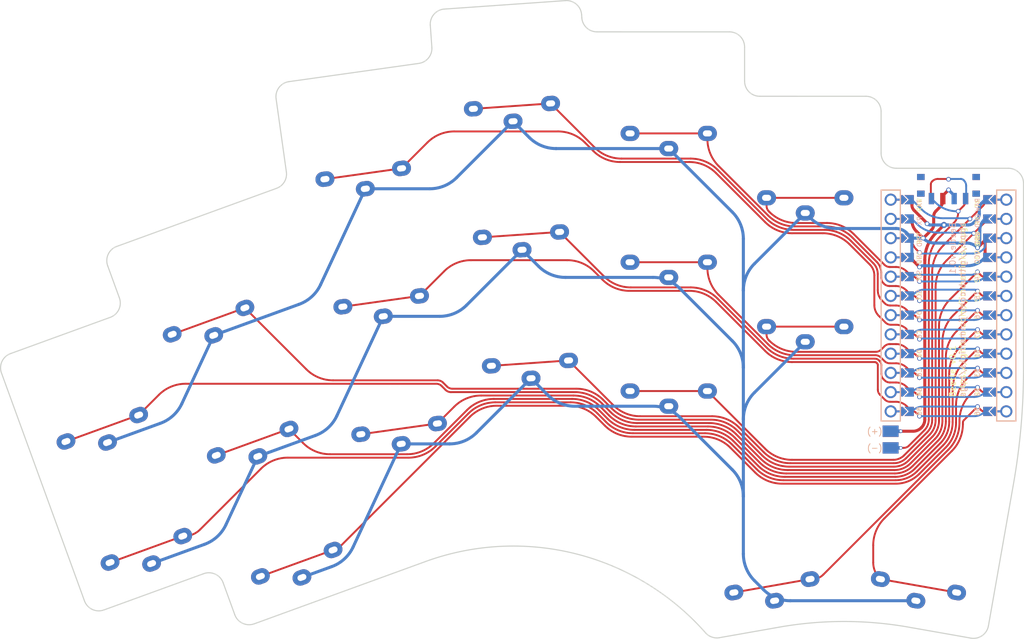
<source format=kicad_pcb>
(kicad_pcb (version 20211014) (generator pcbnew)
  (title_block (title "Beetle") (date "2021-12-01") (rev "0.1") (company "jmnw"))
  (layers (0 "F.Cu" signal) (31 "B.Cu" signal) (34 "B.Paste" user) (35 "F.Paste" user) (36 "B.SilkS" user "B.Silkscreen") (37 "F.SilkS" user "F.Silkscreen") (38 "B.Mask" user) (39 "F.Mask" user) (44 "Edge.Cuts" user))
  (net 0 "")
  (net 1 "unconnected-(PSW1-Pad3)")
  (net 2 "GND")
  (net 3 "VCC")
  (net 4 "Net-(BT1-Pad2)")
  (net 5 "raw")
  (net 6 "switch1")
  (net 7 "switch2")
  (net 8 "switch3")
  (net 9 "switch4")
  (net 10 "switch5")
  (net 11 "switch6")
  (net 12 "switch7")
  (net 13 "switch8")
  (net 14 "switch9")
  (net 15 "switch10")
  (net 16 "switch11")
  (net 17 "switch12")
  (net 18 "switch13")
  (net 19 "switch14")
  (net 20 "switch15")
  (net 21 "switch16")
  (net 22 "switch17")
  (net 23 "switch18")
  (net 24 "unconnected-(U1-Pad22)")
  (footprint "bugs:Choc_reversible" (layer "F.Cu") (at 134.47069 112.379692 10)
    (fp_text reference "SW17" hide)
    (fp_text value "SW_PUSH" hide)
  )
  (footprint "bugs:Choc_reversible" (layer "F.Cu") (at 101.782617 65.989232 4)
    (fp_text reference "SW10" hide)
    (fp_text value "SW_PUSH" hide)
  )
  (footprint "bugs:Choc_reversible" (layer "F.Cu") (at 71.151152 109.573843 20)
    (fp_text reference "SW13" hide)
    (fp_text value "SW_PUSH" hide)
  )
  (footprint "bugs:Battery_pads_reversible" (layer "F.Cu") (at 150.797123 96.921384 -90)
    (fp_text reference "BT1" hide)
    (fp_text value "Battery_Cell")
  )
  (footprint "bugs:Choc_reversible" (layer "F.Cu") (at 51.329249 107.742794 20)
    (fp_text reference "SW7" hide)
    (fp_text value "SW_PUSH" hide)
  )
  (footprint "bugs:Choc_reversible" (layer "F.Cu") (at 45.514911 91.768016 20)
    (fp_text reference "SW1" hide)
    (fp_text value "SW_PUSH" hide)
  )
  (footprint "bugs:Choc_reversible" (layer "F.Cu") (at 59.522202 77.624274 20)
    (fp_text reference "SW2" hide)
    (fp_text value "SW_PUSH" hide)
  )
  (footprint "bugs:Choc_reversible" (layer "F.Cu") (at 102.968468 82.947839 4)
    (fp_text reference "SW15" hide)
    (fp_text value "SW_PUSH" hide)
  )
  (footprint "bugs:Choc_reversible" (layer "F.Cu") (at 121.539905 86.620272)
    (fp_text reference "SW16" hide)
    (fp_text value "SW_PUSH" hide)
  )
  (footprint "bugs:Choc_reversible" (layer "F.Cu") (at 155.149017 112.379276 -10)
    (fp_text reference "SW18" hide)
    (fp_text value "SW_PUSH" hide)
  )
  (footprint "bugs:Choc_reversible" (layer "F.Cu") (at 139.539906 61.120272)
    (fp_text reference "SW6" hide)
    (fp_text value "SW_PUSH" hide)
  )
  (footprint "bugs:Choc_reversible" (layer "F.Cu") (at 65.336552 93.599035 20)
    (fp_text reference "SW8" hide)
    (fp_text value "SW_PUSH" hide)
  )
  (footprint "bugs:Choc_reversible" (layer "F.Cu") (at 80.710461 57.981363 8)
    (fp_text reference "SW3" hide)
    (fp_text value "SW_PUSH" hide)
  )
  (footprint "bugs:Choc_reversible" (layer "F.Cu") (at 100.596797 49.030297 4)
    (fp_text reference "SW4" hide)
    (fp_text value "SW_PUSH" hide)
  )
  (footprint "bugs:Choc_reversible" (layer "F.Cu") (at 139.539903 78.120283)
    (fp_text reference "SW12" hide)
    (fp_text value "SW_PUSH" hide)
  )
  (footprint "bugs:Choc_reversible" (layer "F.Cu") (at 121.5399 52.620271)
    (fp_text reference "SW5" hide)
    (fp_text value "SW_PUSH" hide)
  )
  (footprint "bugs:Choc_reversible" (layer "F.Cu") (at 121.539909 69.620267)
    (fp_text reference "SW11" hide)
    (fp_text value "SW_PUSH" hide)
  )
  (footprint "bugs:Choc_reversible" (layer "F.Cu") (at 83.076418 74.815919 8)
    (fp_text reference "SW9" hide)
    (fp_text value "SW_PUSH" hide)
  )
  (footprint "bugs:ProMicro_jumpers" (layer "F.Cu") (at 158.429952 79.233199)
    (fp_text reference "U1" hide)
    (fp_text value "ProMicro")
  )
  (footprint "bugs:Power_reversible" (layer "F.Cu") (at 158.429954 63.3702 180)
    (fp_text reference "PSW1" hide)
    (fp_text value "SW_SPDT")
  )
  (footprint "bugs:Choc_reversible" (layer "F.Cu") (at 85.442348 91.650488 8)
    (fp_text reference "SW14" hide)
    (fp_text value "SW_PUSH" hide)
  )
  (gr_arc (start 166.32 61.119999) (mid 167.734212 61.705784) (end 168.320002 63.119994) (layer "Edge.Cuts") (width 0.15))
  (gr_line (start 48.755026 71.433533) (end 69.824249 63.766386) (layer "Edge.Cuts") (width 0.15))
  (gr_line (start 131.53993 45.120719) (end 131.540317 49.619865) (layer "Edge.Cuts") (width 0.15))
  (gr_line (start 110.049239 40.850539) (end 110.075197 41.23545) (layer "Edge.Cuts") (width 0.15))
  (gr_line (start 149.539684 53.620544) (end 149.54 59.119999) (layer "Edge.Cuts") (width 0.15))
  (gr_arc (start 49.098964 78.225511) (mid 49.032197 79.754788) (end 47.903623 80.788938) (layer "Edge.Cuts") (width 0.15))
  (gr_arc (start 90.30657 45.200039) (mid 89.851167 46.574305) (end 88.587663 47.281098) (layer "Edge.Cuts") (width 0.15))
  (gr_line (start 133.540317 51.619867) (end 147.539681 51.620543) (layer "Edge.Cuts") (width 0.15))
  (gr_arc (start 163.694967 121.501838) (mid 162.872505 122.792846) (end 161.378057 123.124161) (layer "Edge.Cuts") (width 0.15))
  (gr_line (start 66.882618 121.236793) (end 89.474728 113.014232) (layer "Edge.Cuts") (width 0.15))
  (gr_arc (start 71.119248 61.601138) (mid 70.85637 62.913798) (end 69.824249 63.766386) (layer "Edge.Cuts") (width 0.15))
  (gr_arc (start 168.318696 87.644617) (mid 167.987099 95.246576) (end 166.994005 102.790679) (layer "Edge.Cuts") (width 0.15))
  (gr_line (start 71.465936 49.687399) (end 88.587663 47.281098) (layer "Edge.Cuts") (width 0.15))
  (gr_arc (start 90.097947 42.24567) (mid 90.583656 40.79404) (end 91.95356 40.111027) (layer "Edge.Cuts") (width 0.15))
  (gr_line (start 62.780021 115.813098) (end 64.319195 120.04145) (layer "Edge.Cuts") (width 0.15))
  (gr_line (start 34.748591 85.576973) (end 47.903623 80.788938) (layer "Edge.Cuts") (width 0.15))
  (gr_arc (start 151.54 61.12) (mid 150.125786 60.534214) (end 149.54 59.119999) (layer "Edge.Cuts") (width 0.15))
  (gr_line (start 71.119248 61.601138) (end 69.763746 51.946282) (layer "Edge.Cuts") (width 0.15))
  (gr_arc (start 129.539929 43.12072) (mid 130.954141 43.706507) (end 131.53993 45.120719) (layer "Edge.Cuts") (width 0.15))
  (gr_line (start 47.060615 119.406123) (end 60.216593 114.617755) (layer "Edge.Cuts") (width 0.15))
  (gr_line (start 90.097947 42.24567) (end 90.30657 45.200039) (layer "Edge.Cuts") (width 0.15))
  (gr_line (start 153.49958 121.735181) (end 161.378057 123.124161) (layer "Edge.Cuts") (width 0.15))
  (gr_arc (start 136.10952 121.675747) (mid 144.807201 120.929773) (end 153.49958 121.735181) (layer "Edge.Cuts") (width 0.15))
  (gr_line (start 112.070982 43.119006) (end 129.539929 43.12072) (layer "Edge.Cuts") (width 0.15))
  (gr_arc (start 128.231119 123.065136) (mid 127.251598 122.993062) (end 126.424404 122.463529) (layer "Edge.Cuts") (width 0.15))
  (gr_arc (start 60.216593 114.617755) (mid 61.74587 114.684525) (end 62.780021 115.813098) (layer "Edge.Cuts") (width 0.15))
  (gr_line (start 128.231119 123.065136) (end 136.10952 121.675747) (layer "Edge.Cuts") (width 0.15))
  (gr_arc (start 112.071982 43.119005) (mid 110.699489 42.573817) (end 110.075197 41.23545) (layer "Edge.Cuts") (width 0.15))
  (gr_line (start 33.55325 88.140398) (end 44.497189 118.210779) (layer "Edge.Cuts") (width 0.15))
  (gr_arc (start 47.060615 119.406123) (mid 45.531337 119.339356) (end 44.497189 118.210779) (layer "Edge.Cuts") (width 0.15))
  (gr_arc (start 47.55968 73.996959) (mid 47.626449 72.467681) (end 48.755026 71.433533) (layer "Edge.Cuts") (width 0.15))
  (gr_line (start 91.95356 40.111027) (end 107.914596 38.994926) (layer "Edge.Cuts") (width 0.15))
  (gr_arc (start 147.539681 51.620543) (mid 148.953895 52.20633) (end 149.539684 53.620544) (layer "Edge.Cuts") (width 0.15))
  (gr_line (start 47.55968 73.996959) (end 49.098964 78.225511) (layer "Edge.Cuts") (width 0.15))
  (gr_arc (start 107.914596 38.994926) (mid 109.366227 39.480634) (end 110.049239 40.850539) (layer "Edge.Cuts") (width 0.15))
  (gr_arc (start 89.474728 113.014232) (mid 109.409606 112.029672) (end 126.424404 122.463529) (layer "Edge.Cuts") (width 0.15))
  (gr_line (start 168.318696 87.644617) (end 168.320002 63.119994) (layer "Edge.Cuts") (width 0.15))
  (gr_arc (start 133.540317 51.619867) (mid 132.126101 51.034081) (end 131.540317 49.619865) (layer "Edge.Cuts") (width 0.15))
  (gr_arc (start 66.882618 121.236793) (mid 65.353343 121.170023) (end 64.319195 120.04145) (layer "Edge.Cuts") (width 0.15))
  (gr_arc (start 69.763746 51.946282) (mid 70.147008 50.464303) (end 71.465936 49.687399) (layer "Edge.Cuts") (width 0.15))
  (gr_arc (start 33.55325 88.140398) (mid 33.620018 86.611122) (end 34.748591 85.576973) (layer "Edge.Cuts") (width 0.15))
  (gr_line (start 151.54 61.12) (end 166.32 61.119999) (layer "Edge.Cuts") (width 0.15))
  (gr_line (start 163.694967 121.501838) (end 166.994005 102.790679) (layer "Edge.Cuts") (width 0.15))
  (gr_text "Beetle v0.1\nhttps://github.com/jimmerricks/bugs" (at 159.619904 68.170271 90) (layer "B.SilkS") (effects (font (size 0.8 0.8) (thickness 0.1)) (justify left mirror)))
  (gr_text "Beetle v0.1\nhttps://github.com/jimmerricks/bugs" (at 159.623705 91.394006 90) (layer "F.SilkS") (effects (font (size 0.8 0.8) (thickness 0.1)) (justify left)))
  (segment (start 157.01062 62.532037) (end 158.391782 62.532039) (width 0.25) (layer "F.Cu") (net 1))
  (segment (start 156.303508 62.824936) (end 156.247876 62.880569) (width 0.25) (layer "F.Cu") (net 1))
  (segment (start 156.101431 63.23412) (end 156.10143 64.938121) (width 0.25) (layer "F.Cu") (net 1))
  (segment (start 158.391782 62.532039) (end 158.429954 62.5702) (width 0.25) (layer "F.Cu") (net 1))
  (segment (start 156.17466 65.114904) (end 156.179955 65.120199) (width 0.25) (layer "F.Cu") (net 1))
  (via (at 158.429954 62.5702) (size 0.6) (drill 0.4) (layers "F.Cu" "B.Cu") (net 1))
  (arc (start 156.303508 62.824936) (mid 156.627933 62.60816) (end 157.01062 62.532037) (width 0.25) (layer "F.Cu") (net 1))
  (arc (start 156.247876 62.880569) (mid 156.139491 63.04278) (end 156.101431 63.23412) (width 0.25) (layer "F.Cu") (net 1))
  (arc (start 156.17466 65.114904) (mid 156.120462 65.033796) (end 156.10143 64.938121) (width 0.25) (layer "F.Cu") (net 1))
  (segment (start 158.468114 62.532035) (end 158.429954 62.5702) (width 0.25) (layer "B.Cu") (net 1))
  (segment (start 160.46558 62.734122) (end 160.409937 62.678478) (width 0.25) (layer "B.Cu") (net 1))
  (segment (start 160.75847 64.938125) (end 160.758469 63.441225) (width 0.25) (layer "B.Cu") (net 1))
  (segment (start 160.679945 65.120203) (end 160.685245 65.114903) (width 0.25) (layer "B.Cu") (net 1))
  (segment (start 160.056379 62.53203) (end 158.468114 62.532035) (width 0.25) (layer "B.Cu") (net 1))
  (arc (start 160.685245 65.114903) (mid 160.739439 65.033797) (end 160.75847 64.938125) (width 0.25) (layer "B.Cu") (net 1))
  (arc (start 160.409937 62.678478) (mid 160.247723 62.57009) (end 160.056379 62.53203) (width 0.25) (layer "B.Cu") (net 1))
  (arc (start 160.46558 62.734122) (mid 160.68235 63.058544) (end 160.758469 63.441225) (width 0.25) (layer "B.Cu") (net 1))
  (segment (start 163.25596 70.343195) (end 163.255961 70.406091) (width 0.4) (layer "F.Cu") (net 2))
  (segment (start 157.834889 64.573569) (end 158.43845 63.970017) (width 0.4) (layer "F.Cu") (net 2))
  (segment (start 157.688446 65.12001) (end 157.68844 64.927141) (width 0.4) (layer "F.Cu") (net 2))
  (segment (start 157.387061 66.152939) (end 156.768008 66.771992) (width 0.4) (layer "F.Cu") (net 2))
  (segment (start 163.109514 70.75965) (end 162.255956 71.613209) (width 0.4) (layer "F.Cu") (net 2))
  (segment (start 154.189745 69.428988) (end 155.10396 70.343205) (width 0.4) (layer "F.Cu") (net 2))
  (segment (start 156.475115 68.557829) (end 156.475115 67.479099) (width 0.4) (layer "F.Cu") (net 2))
  (segment (start 153.60396 67.803214) (end 153.603959 68.01477) (width 0.4) (layer "F.Cu") (net 2))
  (segment (start 155.10396 70.343205) (end 156.182225 69.264928) (width 0.4) (layer "F.Cu") (net 2))
  (segment (start 163.25596 70.343195) (end 163.255954 72.883194) (width 0.4) (layer "F.Cu") (net 2))
  (segment (start 157.679954 65.1202) (end 157.679954 65.445832) (width 0.4) (layer "F.Cu") (net 2))
  (via (at 155.10396 70.343205) (size 0.6) (drill 0.4) (layers "F.Cu" "B.Cu") (net 2))
  (via (at 158.43845 63.970017) (size 0.6) (drill 0.4) (layers "F.Cu" "B.Cu") (net 2))
  (via (at 162.255956 71.613209) (size 0.6) (drill 0.4) (layers "F.Cu" "B.Cu") (net 2))
  (arc (start 157.679954 65.445832) (mid 157.603834 65.828515) (end 157.387061 66.152939) (width 0.4) (layer "F.Cu") (net 2))
  (arc (start 154.189745 69.428988) (mid 153.756199 68.780139) (end 153.603959 68.01477) (width 0.4) (layer "F.Cu") (net 2))
  (arc (start 156.475115 67.479099) (mid 156.551235 67.096416) (end 156.768008 66.771992) (width 0.4) (layer "F.Cu") (net 2))
  (arc (start 157.68844 64.927141) (mid 157.726498 64.735789) (end 157.834889 64.573569) (width 0.4) (layer "F.Cu") (net 2))
  (arc (start 156.182225 69.264928) (mid 156.398995 68.940508) (end 156.475115 68.557829) (width 0.4) (layer "F.Cu") (net 2))
  (arc (start 163.255961 70.406091) (mid 163.217902 70.597436) (end 163.109514 70.75965) (width 0.4) (layer "F.Cu") (net 2))
  (segment (start 73.16907 115.118029) (end 77.095328 113.688988) (width 0.4) (layer "B.Cu") (net 2))
  (segment (start 154.124077 118.190057) (end 154.124493 118.189642) (width 0.4) (layer "B.Cu") (net 2))
  (segment (start 129.913744 83.894103) (end 123.004375 76.984734) (width 0.4) (layer "B.Cu") (net 2))
  (segment (start 140.125168 67.605534) (end 139.539906 67.020272) (width 0.4) (layer "B.Cu") (net 2))
  (segment (start 153.603963 71.343206) (end 153.603965 72.883211) (width 0.4) (layer "B.Cu") (net 2))
  (segment (start 154.603956 70.343199) (end 153.603952 70.343199) (width 0.4) (layer "B.Cu") (net 2))
  (segment (start 119.468841 75.520268) (end 107.910657 75.520268) (width 0.4) (layer "B.Cu") (net 2))
  (segment (start 129.913744 66.894114) (end 121.5399 58.520271) (width 0.4) (layer "B.Cu") (net 2))
  (segment (start 53.347168 113.28698) (end 60.328083 110.746135) (width 0.4) (layer "B.Cu") (net 2))
  (segment (start 153.603963 71.343206) (end 153.603952 71.343195) (width 0.4) (layer "B.Cu") (net 2))
  (segment (start 75.628999 76.482076) (end 81.531582 63.823945) (width 0.4) (layer "B.Cu") (net 2))
  (segment (start 131.37821 87.429637) (end 131.37821 77.253037) (width 0.4) (layer "B.Cu") (net 2))
  (segment (start 155.10396 70.343205) (end 154.603962 70.343205) (width 0.4) (layer "B.Cu") (net 2))
  (segment (start 162.555469 69.332125) (end 162.555471 70.899478) (width 0.4) (layer "B.Cu") (net 2))
  (segment (start 77.772934 93.792759) (end 83.897539 80.658501) (width 0.4) (layer "B.Cu") (net 2))
  (segment (start 153.603952 70.343199) (end 152.916539 69.655786) (width 0.4) (layer "B.Cu") (net 2))
  (segment (start 155.10396 70.343205) (end 155.163426 70.402671) (width 0.4) (layer "B.Cu") (net 2))
  (segment (start 47.532829 97.312202) (end 54.513741 94.771358) (width 0.4) (layer "B.Cu") (net 2))
  (segment (start 81.531582 63.823945) (end 90.029273 63.823944) (width 0.4) (layer "B.Cu") (net 2))
  (segment (start 153.603952 71.343195) (end 153.603952 70.343199) (width 0.4) (layer "B.Cu") (net 2))
  (segment (start 137.566282 118.190057) (end 154.124077 118.190057) (width 0.4) (layer "B.Cu") (net 2))
  (segment (start 63.149522 108.160763) (end 67.354471 99.143221) (width 0.4) (layer "B.Cu") (net 2))
  (segment (start 162.217 71.574253) (end 162.255956 71.613209) (width 0.4) (layer "B.Cu") (net 2))
  (segment (start 123.004372 93.984739) (end 129.913745 100.894112) (width 0.4) (layer "B.Cu") (net 2))
  (segment (start 162.262574 71.606591) (end 162.255956 71.613209) (width 0.4) (layer "B.Cu") (net 2))
  (segment (start 86.263469 97.493071) (end 92.649361 97.49307) (width 0.4) (layer "B.Cu") (net 2))
  (segment (start 96.184894 96.028604) (end 103.380031 88.833468) (width 0.4) (layer "B.Cu") (net 2))
  (segment (start 132.842676 90.717511) (end 139.539903 84.020284) (width 0.4) (layer "B.Cu") (net 2))
  (segment (start 67.354471 99.143221) (end 74.951495 96.378131) (width 0.4) (layer "B.Cu") (net 2))
  (segment (start 163.255959 67.803208) (end 163.141271 67.917894) (width 0.4) (layer "B.Cu") (net 2))
  (segment (start 61.540121 83.16846) (end 72.80756 79.067448) (width 0.4) (layer "B.Cu") (net 2))
  (segment (start 132.842676 73.717503) (end 139.539906 67.020273) (width 0.4) (layer "B.Cu") (net 2))
  (segment (start 79.916767 111.103616) (end 86.263469 97.49307) (width 0.4) (layer "B.Cu") (net 2))
  (segment (start 151.502326 69.07) (end 143.660702 69.07) (width 0.4) (layer "B.Cu") (net 2))
  (segment (start 159.041999 64.573573) (end 158.43845 63.970017) (width 0.4) (layer "B.Cu") (net 2))
  (segment (start 57.335179 92.185987) (end 61.540121 83.16846) (width 0.4) (layer "B.Cu") (net 2))
  (segment (start 94.875005 79.194035) (end 102.194181 71.87486) (width 0.4) (layer "B.Cu") (net 2))
  (segment (start 121.5399 58.520271) (end 106.683773 58.52027) (width 0.4) (layer "B.Cu") (net 2))
  (segment (start 159.188451 65.120026) (end 159.188444 64.927107) (width 0.4) (layer "B.Cu") (net 2))
  (segment (start 131.37821 94.253045) (end 131.37821 87.429637) (width 0.4) (layer "B.Cu") (net 2))
  (segment (start 93.564807 62.359478) (end 101.00836 54.915925) (width 0.4) (layer "B.Cu") (net 2))
  (segment (start 154.603962 70.343205) (end 154.603956 70.343199) (width 0.4) (layer "B.Cu") (net 2))
  (segment (start 131.37821 77.253037) (end 131.37821 70.429648) (width 0.4) (layer "B.Cu") (net 2))
  (segment (start 83.89754 80.658502) (end 91.339472 80.658501) (width 0.4) (layer "B.Cu") (net 2))
  (segment (start 104.375123 74.055802) (end 102.194181 71.87486) (width 0.4) (layer "B.Cu") (net 2))
  (segment (start 156.577648 70.988464) (end 160.802779 70.988461) (width 0.4) (layer "B.Cu") (net 2))
  (segment (start 103.148239 57.055804) (end 101.00836 54.915925) (width 0.4) (layer "B.Cu") (net 2))
  (segment (start 131.378211 104.429647) (end 131.37821 112.001985) (width 0.4) (layer "B.Cu") (net 2))
  (segment (start 119.468838 92.520273) (end 109.137904 92.520273) (width 0.4) (layer "B.Cu") (net 2))
  (segment (start 132.842676 115.537519) (end 134.030748 116.725591) (width 0.4) (layer "B.Cu") (net 2))
  (segment (start 105.60237 91.055807) (end 103.380031 88.833468) (width 0.4) (layer "B.Cu") (net 2))
  (segment (start 131.378211 104.429647) (end 131.37821 94.253045) (width 0.4) (layer "B.Cu") (net 2))
  (arc (start 92.649361 97.49307) (mid 94.562778 97.112467) (end 96.184894 96.028604) (width 0.4) (layer "B.Cu") (net 2))
  (arc (start 137.566282 118.190057) (mid 135.652865 117.809455) (end 134.030748 116.725591) (width 0.4) (layer "B.Cu") (net 2))
  (arc (start 106.683773 58.52027) (mid 104.770356 58.139668) (end 103.148239 57.055804) (width 0.4) (layer "B.Cu") (net 2))
  (arc (start 72.80756 79.067448) (mid 74.475411 78.055372) (end 75.628999 76.482076) (width 0.4) (layer "B.Cu") (net 2))
  (arc (start 105.60237 91.055807) (mid 107.224487 92.139671) (end 109.137904 92.520273) (width 0.4) (layer "B.Cu") (net 2))
  (arc (start 77.095328 113.688988) (mid 78.763179 112.676912) (end 79.916767 111.103616) (width 0.4) (layer "B.Cu") (net 2))
  (arc (start 119.468841 75.520268) (mid 121.382258 75.90087) (end 123.004375 76.984734) (width 0.4) (layer "B.Cu") (net 2))
  (arc (start 131.37821 112.001985) (mid 131.758812 113.915402) (end 132.842676 115.537519) (width 0.4) (layer "B.Cu") (net 2))
  (arc (start 131.37821 87.429637) (mid 130.997608 85.51622) (end 129.913744 83.894103) (width 0.4) (layer "B.Cu") (net 2))
  (arc (start 123.004372 93.984739) (mid 121.382255 92.900875) (end 119.468838 92.520273) (width 0.4) (layer "B.Cu") (net 2))
  (arc (start 162.262574 71.606591) (mid 162.47935 71.282165) (end 162.555471 70.899478) (width 0.4) (layer "B.Cu") (net 2))
  (arc (start 162.555469 69.332125) (mid 162.707713 68.566747) (end 163.141271 67.917894) (width 0.4) (layer "B.Cu") (net 2))
  (arc (start 93.564807 62.359478) (mid 91.94269 63.443342) (end 90.029273 63.823944) (width 0.4) (layer "B.Cu") (net 2))
  (arc (start 162.217 71.574253) (mid 161.568151 71.140703) (end 160.802779 70.988461) (width 0.4) (layer "B.Cu") (net 2))
  (arc (start 131.37821 70.429648) (mid 130.997608 68.516231) (end 129.913744 66.894114) (width 0.4) (layer "B.Cu") (net 2))
  (arc (start 131.37821 94.253045) (mid 131.758812 92.339628) (end 132.842676 90.717511) (width 0.4) (layer "B.Cu") (net 2))
  (arc (start 54.513741 94.771358) (mid 56.181591 93.759282) (end 57.335179 92.185987) (width 0.4) (layer "B.Cu") (net 2))
  (arc (start 152.916539 69.655786) (mid 152.267693 69.222241) (end 151.502326 69.07) (width 0.4) (layer "B.Cu") (net 2))
  (arc (start 155.163426 70.402671) (mid 155.812276 70.836222) (end 156.577648 70.988464) (width 0.4) (layer "B.Cu") (net 2))
  (arc (start 91.339472 80.658501) (mid 93.252889 80.277898) (end 94.875005 79.194035) (width 0.4) (layer "B.Cu") (net 2))
  (arc (start 143.660702 69.07) (mid 141.747285 68.689398) (end 140.125168 67.605534) (width 0.4) (layer "B.Cu") (net 2))
  (arc (start 74.951495 96.378131) (mid 76.619346 95.366055) (end 77.772934 93.792759) (width 0.4) (layer "B.Cu") (net 2))
  (arc (start 131.378211 104.429647) (mid 130.997609 102.516229) (end 129.913745 100.894112) (width 0.4) (layer "B.Cu") (net 2))
  (arc (start 159.041999 64.573573) (mid 159.150381 64.735776) (end 159.188444 64.927107) (width 0.4) (layer "B.Cu") (net 2))
  (arc (start 107.910657 75.520268) (mid 105.99724 75.139666) (end 104.375123 74.055802) (width 0.4) (layer "B.Cu") (net 2))
  (arc (start 132.842676 73.717503) (mid 131.758812 75.33962) (end 131.37821 77.253037) (width 0.4) (layer "B.Cu") (net 2))
  (arc (start 63.149522 108.160763) (mid 61.995934 109.734059) (end 60.328083 110.746135) (width 0.4) (layer "B.Cu") (net 2))
  (segment (start 153.603965 72.883211) (end 153.603964 72.946091) (width 0.4) (layer "F.Cu") (net 3))
  (segment (start 153.750411 73.299656) (end 154.60396 74.153203) (width 0.4) (layer "F.Cu") (net 3))
  (via (at 154.60396 74.153203) (size 0.6) (drill 0.4) (layers "F.Cu" "B.Cu") (net 3))
  (arc (start 153.603964 72.946091) (mid 153.642022 73.137439) (end 153.750411 73.299656) (width 0.4) (layer "F.Cu") (net 3))
  (segment (start 160.907817 73.98869) (end 154.975579 73.988691) (width 0.4) (layer "B.Cu") (net 3))
  (segment (start 163.255954 72.883194) (end 163.029137 73.110011) (width 0.4) (layer "B.Cu") (net 3))
  (segment (start 154.622027 74.135136) (end 154.60396 74.153203) (width 0.4) (layer "B.Cu") (net 3))
  (segment (start 154.588877 74.168285) (end 154.60396 74.153203) (width 0.4) (layer "B.Cu") (net 3))
  (arc (start 160.907817 73.98869) (mid 162.055867 73.760329) (end 163.029137 73.110011) (width 0.4) (layer "B.Cu") (net 3))
  (arc (start 154.622027 74.135136) (mid 154.784238 74.026751) (end 154.975579 73.988691) (width 0.4) (layer "B.Cu") (net 3))
  (segment (start 160.688438 65.120012) (end 160.68844 65.40052) (width 0.25) (layer "F.Cu") (net 4))
  (segment (start 160.395547 66.107634) (end 159.710123 66.793058) (width 0.25) (layer "F.Cu") (net 4))
  (segment (start 159.710123 66.924988) (end 159.710123 66.793058) (width 0.25) (layer "F.Cu") (net 4))
  (segment (start 152.138723 98.021384) (end 152.506131 98.021384) (width 0.25) (layer "F.Cu") (net 4))
  (segment (start 157.292451 70.171091) (end 159.124337 68.339205) (width 0.25) (layer "F.Cu") (net 4))
  (segment (start 155.827985 94.285317) (end 155.827984 73.706625) (width 0.25) (layer "F.Cu") (net 4))
  (segment (start 153.213238 97.728491) (end 155.242199 95.69953) (width 0.25) (layer "F.Cu") (net 4))
  (via (at 159.710123 66.793058) (size 0.6) (drill 0.4) (layers "F.Cu" "B.Cu") (net 4))
  (arc (start 160.395547 66.107634) (mid 160.612321 65.783207) (end 160.68844 65.40052) (width 0.25) (layer "F.Cu") (net 4))
  (arc (start 155.827985 94.285317) (mid 155.675744 95.050684) (end 155.242199 95.69953) (width 0.25) (layer "F.Cu") (net 4))
  (arc (start 155.827984 73.706625) (mid 156.208586 71.793208) (end 157.292451 70.171091) (width 0.25) (layer "F.Cu") (net 4))
  (arc (start 152.506131 98.021384) (mid 152.888814 97.945264) (end 153.213238 97.728491) (width 0.25) (layer "F.Cu") (net 4))
  (arc (start 159.710123 66.924988) (mid 159.557883 67.690357) (end 159.124337 68.339205) (width 0.25) (layer "F.Cu") (net 4))
  (segment (start 159.518303 66.793056) (end 159.710123 66.793058) (width 0.25) (layer "B.Cu") (net 4))
  (segment (start 156.188434 65.120007) (end 156.689913 65.621486) (width 0.25) (layer "B.Cu") (net 4))
  (arc (start 156.689913 65.621486) (mid 157.98759 66.488569) (end 159.518303 66.793056) (width 0.25) (layer "B.Cu") (net 4))
  (segment (start 153.603957 65.609767) (end 153.60396 65.2632) (width 0.4) (layer "F.Cu") (net 5))
  (segment (start 152.138723 95.820984) (end 153.757641 95.820984) (width 0.4) (layer "F.Cu") (net 5))
  (segment (start 154.818301 95.381644) (end 154.864125 95.33582) (width 0.4) (layer "F.Cu") (net 5))
  (segment (start 157.830825 68.605599) (end 157.830826 68.602717) (width 0.4) (layer "F.Cu") (net 5))
  (segment (start 155.303465 94.27516) (end 155.303466 73.204026) (width 0.4) (layer "F.Cu") (net 5))
  (segment (start 153.603952 65.263199) (end 153.603952 65.969738) (width 0.4) (layer "F.Cu") (net 5))
  (segment (start 153.896845 66.676845) (end 155.603951 68.383951) (width 0.4) (layer "F.Cu") (net 5))
  (segment (start 156.767932 69.668493) (end 157.830825 68.605599) (width 0.4) (layer "F.Cu") (net 5))
  (segment (start 155.603951 68.383951) (end 155.603951 68.4382) (width 0.4) (layer "F.Cu") (net 5))
  (via (at 157.830826 68.602717) (size 0.8) (drill 0.4) (layers "F.Cu" "B.Cu") (net 5))
  (via (at 155.603951 68.4382) (size 0.6) (drill 0.4) (layers "F.Cu" "B.Cu") (net 5))
  (arc (start 153.603952 65.969738) (mid 153.680072 66.352421) (end 153.896845 66.676845) (width 0.4) (layer "F.Cu") (net 5))
  (arc (start 153.757641 95.820984) (mid 154.331666 95.706803) (end 154.818301 95.381644) (width 0.4) (layer "F.Cu") (net 5))
  (arc (start 154.864125 95.33582) (mid 155.189284 94.849185) (end 155.303465 94.27516) (width 0.4) (layer "F.Cu") (net 5))
  (arc (start 155.303466 73.204026) (mid 155.684068 71.290609) (end 156.767932 69.668493) (width 0.4) (layer "F.Cu") (net 5))
  (segment (start 162.489856 67.144354) (end 162.489856 66.443509) (width 0.4) (layer "B.Cu") (net 5))
  (segment (start 157.830826 68.602717) (end 155.975574 68.602716) (width 0.4) (layer "B.Cu") (net 5))
  (segment (start 162.782749 65.736402) (end 163.255952 65.263199) (width 0.4) (layer "B.Cu") (net 5))
  (segment (start 161.7386 68.309824) (end 162.196963 67.851461) (width 0.4) (layer "B.Cu") (net 5))
  (segment (start 157.830826 68.602717) (end 161.031493 68.602717) (width 0.4) (layer "B.Cu") (net 5))
  (segment (start 160.349547 68.602714) (end 157.830826 68.602717) (width 0.4) (layer "B.Cu") (net 5))
  (segment (start 155.622022 68.456271) (end 155.603951 68.4382) (width 0.4) (layer "B.Cu") (net 5))
  (arc (start 161.031493 68.602717) (mid 161.414176 68.526597) (end 161.7386 68.309824) (width 0.4) (layer "B.Cu") (net 5))
  (arc (start 155.622022 68.456271) (mid 155.784233 68.564656) (end 155.975574 68.602716) (width 0.4) (layer "B.Cu") (net 5))
  (arc (start 162.489856 66.443509) (mid 162.565976 66.060826) (end 162.782749 65.736402) (width 0.4) (layer "B.Cu") (net 5))
  (arc (start 162.196963 67.851461) (mid 162.413736 67.527037) (end 162.489856 67.144354) (width 0.4) (layer "B.Cu") (net 5))
  (segment (start 92.109549 90.367098) (end 91.592811 89.85036) (width 0.25) (layer "F.Cu") (net 6))
  (segment (start 137.228012 100.944464) (end 151.297493 100.944464) (width 0.25) (layer "F.Cu") (net 6))
  (segment (start 157.626065 94.479202) (end 157.626065 84.029172) (width 0.25) (layer "F.Cu") (net 6))
  (segment (start 109.163002 90.659991) (end 92.816656 90.659991) (width 0.25) (layer "F.Cu") (net 6))
  (segment (start 117.388979 94.743832) (end 126.885244 94.743832) (width 0.25) (layer "F.Cu") (net 6))
  (segment (start 163.255957 77.963203) (end 163.09807 77.963205) (width 0.25) (layer "F.Cu") (net 6))
  (segment (start 42.056358 97.177119) (end 51.641222 93.688515) (width 0.25) (layer "F.Cu") (net 6))
  (segment (start 90.885704 89.557467) (end 57.843337 89.557467) (width 0.25) (layer "F.Cu") (net 6))
  (segment (start 162.744506 77.816755) (end 162.255965 77.328204) (width 0.25) (layer "F.Cu") (net 6))
  (segment (start 159.090531 80.493638) (end 162.255965 77.328204) (width 0.25) (layer "F.Cu") (net 6))
  (segment (start 54.307803 91.021933) (end 51.641222 93.688514) (width 0.25) (layer "F.Cu") (net 6))
  (segment (start 130.420777 96.208297) (end 133.692479 99.479998) (width 0.25) (layer "F.Cu") (net 6))
  (segment (start 112.698535 92.124456) (end 113.853446 93.279366) (width 0.25) (layer "F.Cu") (net 6))
  (segment (start 153.418814 100.065784) (end 156.650731 96.833867) (width 0.25) (layer "F.Cu") (net 6))
  (via (at 162.255965 77.328204) (size 0.6) (drill 0.4) (layers "F.Cu" "B.Cu") (net 6))
  (arc (start 113.853446 93.279366) (mid 115.475562 94.363229) (end 117.388979 94.743832) (width 0.25) (layer "F.Cu") (net 6))
  (arc (start 109.163002 90.659991) (mid 111.076419 91.040593) (end 112.698535 92.124456) (width 0.25) (layer "F.Cu") (net 6))
  (arc (start 157.626065 94.479202) (mid 157.372584 95.753538) (end 156.650731 96.833867) (width 0.25) (layer "F.Cu") (net 6))
  (arc (start 162.744506 77.816755) (mid 162.906722 77.925145) (end 163.09807 77.963205) (width 0.25) (layer "F.Cu") (net 6))
  (arc (start 157.626065 84.029172) (mid 158.006667 82.115755) (end 159.090531 80.493638) (width 0.25) (layer "F.Cu") (net 6))
  (arc (start 151.297493 100.944464) (mid 152.445544 100.716102) (end 153.418814 100.065784) (width 0.25) (layer "F.Cu") (net 6))
  (arc (start 92.816656 90.659991) (mid 92.433973 90.583871) (end 92.109549 90.367098) (width 0.25) (layer "F.Cu") (net 6))
  (arc (start 91.592811 89.85036) (mid 91.268388 89.633587) (end 90.885704 89.557467) (width 0.25) (layer "F.Cu") (net 6))
  (arc (start 137.228012 100.944464) (mid 135.314595 100.563862) (end 133.692479 99.479998) (width 0.25) (layer "F.Cu") (net 6))
  (arc (start 54.307803 91.021933) (mid 55.92992 89.938069) (end 57.843337 89.557467) (width 0.25) (layer "F.Cu") (net 6))
  (arc (start 130.420777 96.208297) (mid 128.798661 95.124434) (end 126.885244 94.743832) (width 0.25) (layer "F.Cu") (net 6))
  (segment (start 161.859333 77.138681) (end 155.256901 77.138682) (width 0.25) (layer "B.Cu") (net 6))
  (segment (start 153.84269 77.724466) (end 153.603953 77.963202) (width 0.25) (layer "B.Cu") (net 6))
  (segment (start 162.255965 77.328204) (end 162.212878 77.285119) (width 0.25) (layer "B.Cu") (net 6))
  (arc (start 153.84269 77.724466) (mid 154.491536 77.290922) (end 155.256901 77.138682) (width 0.25) (layer "B.Cu") (net 6))
  (arc (start 162.212878 77.285119) (mid 162.050669 77.176739) (end 161.859333 77.138681) (width 0.25) (layer "B.Cu") (net 6))
  (segment (start 133.878676 99.030479) (end 130.606975 95.758778) (width 0.25) (layer "F.Cu") (net 7))
  (segment (start 162.744508 75.276756) (end 162.255953 74.788201) (width 0.25) (layer "F.Cu") (net 7))
  (segment (start 156.297865 96.551016) (end 153.133033 99.715848) (width 0.25) (layer "F.Cu") (net 7))
  (segment (start 127.071441 94.294312) (end 117.575176 94.294312) (width 0.25) (layer "F.Cu") (net 7))
  (segment (start 109.3492 90.210471) (end 93.002853 90.210471) (width 0.25) (layer "F.Cu") (net 7))
  (segment (start 73.747222 87.643481) (end 65.648513 79.544772) (width 0.25) (layer "F.Cu") (net 7))
  (segment (start 92.295747 89.917578) (end 91.779008 89.40084) (width 0.25) (layer "F.Cu") (net 7))
  (segment (start 157.176545 94.429695) (end 157.176545 81.938677) (width 0.25) (layer "F.Cu") (net 7))
  (segment (start 56.063648 83.033378) (end 65.648513 79.544771) (width 0.25) (layer "F.Cu") (net 7))
  (segment (start 163.255966 75.423202) (end 163.098065 75.423203) (width 0.25) (layer "F.Cu") (net 7))
  (segment (start 114.039643 92.829846) (end 112.884733 91.674937) (width 0.25) (layer "F.Cu") (net 7))
  (segment (start 91.071902 89.107947) (end 77.282756 89.107947) (width 0.25) (layer "F.Cu") (net 7))
  (segment (start 158.641011 78.403143) (end 162.255953 74.788201) (width 0.25) (layer "F.Cu") (net 7))
  (segment (start 151.252129 100.494944) (end 137.41421 100.494944) (width 0.25) (layer "F.Cu") (net 7))
  (via (at 162.255953 74.788201) (size 0.6) (drill 0.4) (layers "F.Cu" "B.Cu") (net 7))
  (arc (start 133.878676 99.030479) (mid 135.500793 100.114343) (end 137.41421 100.494944) (width 0.25) (layer "F.Cu") (net 7))
  (arc (start 153.133033 99.715848) (mid 152.270067 100.292464) (end 151.252129 100.494944) (width 0.25) (layer "F.Cu") (net 7))
  (arc (start 93.002853 90.210471) (mid 92.62017 90.134351) (end 92.295747 89.917578) (width 0.25) (layer "F.Cu") (net 7))
  (arc (start 112.884733 91.674937) (mid 111.262617 90.591074) (end 109.3492 90.210471) (width 0.25) (layer "F.Cu") (net 7))
  (arc (start 156.297865 96.551016) (mid 156.948184 95.577746) (end 157.176545 94.429695) (width 0.25) (layer "F.Cu") (net 7))
  (arc (start 73.747222 87.643481) (mid 75.369339 88.727345) (end 77.282756 89.107947) (width 0.25) (layer "F.Cu") (net 7))
  (arc (start 158.641011 78.403143) (mid 157.557147 80.02526) (end 157.176545 81.938677) (width 0.25) (layer "F.Cu") (net 7))
  (arc (start 162.744508 75.276756) (mid 162.906721 75.385143) (end 163.098065 75.423203) (width 0.25) (layer "F.Cu") (net 7))
  (arc (start 91.779008 89.40084) (mid 91.454585 89.184068) (end 91.071902 89.107947) (width 0.25) (layer "F.Cu") (net 7))
  (arc (start 127.071441 94.294312) (mid 128.984858 94.674914) (end 130.606975 95.758778) (width 0.25) (layer "F.Cu") (net 7))
  (arc (start 114.039643 92.829846) (mid 115.661759 93.913709) (end 117.575176 94.294312) (width 0.25) (layer "F.Cu") (net 7))
  (segment (start 153.603958 75.423204) (end 153.707506 75.319654) (width 0.25) (layer "B.Cu") (net 7))
  (segment (start 162.163856 74.880301) (end 162.255953 74.788201) (width 0.25) (layer "B.Cu") (net 7))
  (segment (start 154.061063 75.173203) (end 161.456738 75.173206) (width 0.25) (layer "B.Cu") (net 7))
  (arc (start 161.456738 75.173206) (mid 161.839429 75.097082) (end 162.163856 74.880301) (width 0.25) (layer "B.Cu") (net 7))
  (arc (start 154.061063 75.173203) (mid 153.869719 75.211264) (end 153.707506 75.319654) (width 0.25) (layer "B.Cu") (net 7))
  (segment (start 151.502326 81.77) (end 150.824214 81.77) (width 0.25) (layer "F.Cu") (net 8))
  (segment (start 153.603958 83.0432) (end 153.761856 83.043202) (width 0.25) (layer "F.Cu") (net 8))
  (segment (start 148.065173 73.842327) (end 145.380663 71.157817) (width 0.25) (layer "F.Cu") (net 8))
  (segment (start 89.712763 57.724466) (end 86.303603 61.133626) (width 0.25) (layer "F.Cu") (net 8))
  (segment (start 150.117107 81.477107) (end 149.236746 80.596746) (width 0.25) (layer "F.Cu") (net 8))
  (segment (start 111.585513 58.829845) (end 110.480133 57.724466) (width 0.25) (layer "F.Cu") (net 8))
  (segment (start 154.115403 83.189649) (end 154.603959 83.678205) (width 0.25) (layer "F.Cu") (net 8))
  (segment (start 106.9446 56.26) (end 93.248297 56.26) (width 0.25) (layer "F.Cu") (net 8))
  (segment (start 148.65096 79.182533) (end 148.65096 75.256541) (width 0.25) (layer "F.Cu") (net 8))
  (segment (start 134.253931 68.228885) (end 127.783821 61.758777) (width 0.25) (layer "F.Cu") (net 8))
  (segment (start 141.845129 69.693351) (end 137.789464 69.693351) (width 0.25) (layer "F.Cu") (net 8))
  (segment (start 124.248288 60.294311) (end 115.121046 60.294311) (width 0.25) (layer "F.Cu") (net 8))
  (segment (start 76.202869 62.553191) (end 86.303602 61.133626) (width 0.25) (layer "F.Cu") (net 8))
  (via (at 154.603959 83.678205) (size 0.6) (drill 0.4) (layers "F.Cu" "B.Cu") (net 8))
  (arc (start 149.236746 80.596746) (mid 148.803201 79.9479) (end 148.65096 79.182533) (width 0.25) (layer "F.Cu") (net 8))
  (arc (start 115.121046 60.294311) (mid 113.207629 59.913708) (end 111.585513 58.829845) (width 0.25) (layer "F.Cu") (net 8))
  (arc (start 150.117107 81.477107) (mid 150.44153 81.69388) (end 150.824214 81.77) (width 0.25) (layer "F.Cu") (net 8))
  (arc (start 127.783821 61.758777) (mid 126.161705 60.674914) (end 124.248288 60.294311) (width 0.25) (layer "F.Cu") (net 8))
  (arc (start 145.380663 71.157817) (mid 143.758546 70.073953) (end 141.845129 69.693351) (width 0.25) (layer "F.Cu") (net 8))
  (arc (start 137.789464 69.693351) (mid 135.876047 69.312748) (end 134.253931 68.228885) (width 0.25) (layer "F.Cu") (net 8))
  (arc (start 152.91654 82.355787) (mid 152.267693 81.922241) (end 151.502326 81.77) (width 0.25) (layer "F.Cu") (net 8))
  (arc (start 148.65096 75.256541) (mid 148.498719 74.491174) (end 148.065173 73.842327) (width 0.25) (layer "F.Cu") (net 8))
  (arc (start 110.480133 57.724466) (mid 108.858017 56.640602) (end 106.9446 56.26) (width 0.25) (layer "F.Cu") (net 8))
  (arc (start 153.761856 83.043202) (mid 153.953194 83.081264) (end 154.115403 83.189649) (width 0.25) (layer "F.Cu") (net 8))
  (arc (start 93.248297 56.26) (mid 91.33488 56.640602) (end 89.712763 57.724466) (width 0.25) (layer "F.Cu") (net 8))
  (segment (start 154.797019 83.588699) (end 162.29625 83.588704) (width 0.25) (layer "B.Cu") (net 8))
  (segment (start 163.003368 83.2958) (end 163.255963 83.043198) (width 0.25) (layer "B.Cu") (net 8))
  (segment (start 154.603959 83.678205) (end 154.620246 83.661918) (width 0.25) (layer "B.Cu") (net 8))
  (arc (start 154.620246 83.661918) (mid 154.701351 83.607728) (end 154.797019 83.588699) (width 0.25) (layer "B.Cu") (net 8))
  (arc (start 163.003368 83.2958) (mid 162.678941 83.512581) (end 162.29625 83.588704) (width 0.25) (layer "B.Cu") (net 8))
  (segment (start 149.10048 75.070343) (end 149.10048 77.192053) (width 0.25) (layer "F.Cu") (net 9))
  (segment (start 95.78127 53.276554) (end 105.956423 52.565039) (width 0.25) (layer "F.Cu") (net 9))
  (segment (start 150.724214 79.23) (end 151.502326 79.23) (width 0.25) (layer "F.Cu") (net 9))
  (segment (start 127.970019 61.309257) (end 134.440127 67.779365) (width 0.25) (layer "F.Cu") (net 9))
  (segment (start 149.686267 78.606267) (end 150.017107 78.937107) (width 0.25) (layer "F.Cu") (net 9))
  (segment (start 153.603953 80.503206) (end 153.761846 80.503203) (width 0.25) (layer "F.Cu") (net 9))
  (segment (start 115.307244 59.844791) (end 124.434485 59.844791) (width 0.25) (layer "F.Cu") (net 9))
  (segment (start 105.956424 52.565039) (end 111.77171 58.380325) (width 0.25) (layer "F.Cu") (net 9))
  (segment (start 137.975661 69.243831) (end 142.031327 69.243831) (width 0.25) (layer "F.Cu") (net 9))
  (segment (start 145.566861 70.708297) (end 148.514693 73.656129) (width 0.25) (layer "F.Cu") (net 9))
  (segment (start 154.115411 80.649651) (end 154.603957 81.138202) (width 0.25) (layer "F.Cu") (net 9))
  (segment (start 152.91654 79.815787) (end 153.603952 80.503199) (width 0.25) (layer "F.Cu") (net 9))
  (via (at 154.603957 81.138202) (size 0.6) (drill 0.4) (layers "F.Cu" "B.Cu") (net 9))
  (arc (start 142.031327 69.243831) (mid 143.944744 69.624433) (end 145.566861 70.708297) (width 0.25) (layer "F.Cu") (net 9))
  (arc (start 150.017107 78.937107) (mid 150.341531 79.15388) (end 150.724214 79.23) (width 0.25) (layer "F.Cu") (net 9))
  (arc (start 124.434485 59.844791) (mid 126.347902 60.225393) (end 127.970019 61.309257) (width 0.25) (layer "F.Cu") (net 9))
  (arc (start 149.686267 78.606267) (mid 149.252721 77.95742) (end 149.10048 77.192053) (width 0.25) (layer "F.Cu") (net 9))
  (arc (start 111.77171 58.380325) (mid 113.393827 59.464189) (end 115.307244 59.844791) (width 0.25) (layer "F.Cu") (net 9))
  (arc (start 148.514693 73.656129) (mid 148.948239 74.304976) (end 149.10048 75.070343) (width 0.25) (layer "F.Cu") (net 9))
  (arc (start 154.115411 80.649651) (mid 153.953194 80.541262) (end 153.761846 80.503203) (width 0.25) (layer "F.Cu") (net 9))
  (arc (start 134.440127 67.779365) (mid 136.062244 68.863229) (end 137.975661 69.243831) (width 0.25) (layer "F.Cu") (net 9))
  (arc (start 151.502326 79.23) (mid 152.267693 79.382241) (end 152.91654 79.815787) (width 0.25) (layer "F.Cu") (net 9))
  (segment (start 154.603957 81.138202) (end 161.792541 81.138201) (width 0.25) (layer "B.Cu") (net 9))
  (segment (start 163.206742 80.552427) (end 163.255961 80.503209) (width 0.25) (layer "B.Cu") (net 9))
  (arc (start 163.206742 80.552427) (mid 162.5579 80.985963) (end 161.792541 81.138201) (width 0.25) (layer "B.Cu") (net 9))
  (segment (start 116.439897 56.520271) (end 126.639898 56.52027) (width 0.25) (layer "F.Cu") (net 10))
  (segment (start 151.472326 76.66) (end 150.634214 76.66) (width 0.25) (layer "F.Cu") (net 10))
  (segment (start 149.927107 76.367107) (end 149.842893 76.282893) (width 0.25) (layer "F.Cu") (net 10))
  (segment (start 154.115408 78.109657) (end 154.603951 78.598208) (width 0.25) (layer "F.Cu") (net 10))
  (segment (start 153.603961 77.96321) (end 153.761847 77.963208) (width 0.25) (layer "F.Cu") (net 10))
  (segment (start 142.217526 68.794312) (end 138.16186 68.794312) (width 0.25) (layer "F.Cu") (net 10))
  (segment (start 149.55 75.575786) (end 149.55 74.884145) (width 0.25) (layer "F.Cu") (net 10))
  (segment (start 134.626326 67.329846) (end 128.104366 60.807886) (width 0.25) (layer "F.Cu") (net 10))
  (segment (start 148.964213 73.469931) (end 145.75306 70.258778) (width 0.25) (layer "F.Cu") (net 10))
  (segment (start 153.603952 77.963199) (end 152.886539 77.245786) (width 0.25) (layer "F.Cu") (net 10))
  (via (at 154.603951 78.598208) (size 0.6) (drill 0.4) (layers "F.Cu" "B.Cu") (net 10))
  (arc (start 128.104366 60.807886) (mid 127.020502 59.185769) (end 126.6399 57.272352) (width 0.25) (layer "F.Cu") (net 10))
  (arc (start 152.886539 77.245786) (mid 152.237693 76.812241) (end 151.472326 76.66) (width 0.25) (layer "F.Cu") (net 10))
  (arc (start 145.75306 70.258778) (mid 144.130943 69.174914) (end 142.217526 68.794312) (width 0.25) (layer "F.Cu") (net 10))
  (arc (start 138.16186 68.794312) (mid 136.248443 68.41371) (end 134.626326 67.329846) (width 0.25) (layer "F.Cu") (net 10))
  (arc (start 149.55 75.575786) (mid 149.62612 75.958469) (end 149.842893 76.282893) (width 0.25) (layer "F.Cu") (net 10))
  (arc (start 150.634214 76.66) (mid 150.251531 76.58388) (end 149.927107 76.367107) (width 0.25) (layer "F.Cu") (net 10))
  (arc (start 154.115408 78.109657) (mid 153.953193 78.001268) (end 153.761847 77.963208) (width 0.25) (layer "F.Cu") (net 10))
  (arc (start 148.964213 73.469931) (mid 149.397759 74.118778) (end 149.55 74.884145) (width 0.25) (layer "F.Cu") (net 10))
  (segment (start 154.603951 78.598208) (end 161.792526 78.598207) (width 0.25) (layer "B.Cu") (net 10))
  (segment (start 163.206741 78.012419) (end 163.255957 77.963203) (width 0.25) (layer "B.Cu") (net 10))
  (arc (start 163.206741 78.012419) (mid 162.557894 78.445966) (end 161.792526 78.598207) (width 0.25) (layer "B.Cu") (net 10))
  (segment (start 134.439907 65.020272) (end 144.639907 65.020272) (width 0.25) (layer "F.Cu") (net 11))
  (segment (start 153.603957 75.423205) (end 153.761856 75.423206) (width 0.25) (layer "F.Cu") (net 11))
  (segment (start 138.348058 68.344792) (end 142.403724 68.344792) (width 0.25) (layer "F.Cu") (net 11))
  (segment (start 152.91654 74.735787) (end 153.603952 75.423199) (width 0.25) (layer "F.Cu") (net 11))
  (segment (start 145.939258 69.809258) (end 149.987107 73.857107) (width 0.25) (layer "F.Cu") (net 11))
  (segment (start 150.694214 74.15) (end 151.502326 74.15) (width 0.25) (layer "F.Cu") (net 11))
  (segment (start 134.732799 66.800601) (end 134.812524 66.880326) (width 0.25) (layer "F.Cu") (net 11))
  (segment (start 154.115408 75.569654) (end 154.603953 76.058204) (width 0.25) (layer "F.Cu") (net 11))
  (via (at 154.603953 76.058204) (size 0.6) (drill 0.4) (layers "F.Cu" "B.Cu") (net 11))
  (arc (start 134.439906 66.093494) (mid 134.516026 66.476178) (end 134.732799 66.800601) (width 0.25) (layer "F.Cu") (net 11))
  (arc (start 150.694214 74.15) (mid 150.311531 74.07388) (end 149.987107 73.857107) (width 0.25) (layer "F.Cu") (net 11))
  (arc (start 151.502326 74.15) (mid 152.267693 74.302241) (end 152.91654 74.735787) (width 0.25) (layer "F.Cu") (net 11))
  (arc (start 153.761856 75.423206) (mid 153.953197 75.461267) (end 154.115408 75.569654) (width 0.25) (layer "F.Cu") (net 11))
  (arc (start 142.403724 68.344792) (mid 144.317141 68.725394) (end 145.939258 69.809258) (width 0.25) (layer "F.Cu") (net 11))
  (arc (start 134.812524 66.880326) (mid 136.434641 67.96419) (end 138.348058 68.344792) (width 0.25) (layer "F.Cu") (net 11))
  (segment (start 163.206746 75.472422) (end 163.255966 75.423202) (width 0.25) (layer "B.Cu") (net 11))
  (segment (start 154.603953 76.058204) (end 161.792541 76.0582) (width 0.25) (layer "B.Cu") (net 11))
  (arc (start 163.206746 75.472422) (mid 162.557902 75.905962) (end 161.792541 76.0582) (width 0.25) (layer "B.Cu") (net 11))
  (segment (start 47.870696 113.151897) (end 57.455562 109.663292) (width 0.25) (layer "F.Cu") (net 12))
  (segment (start 71.301548 99.30952) (end 87.225129 99.30952) (width 0.25) (layer "F.Cu") (net 12))
  (segment (start 57.45556 109.663292) (end 57.634067 109.663292) (width 0.25) (layer "F.Cu") (net 12))
  (segment (start 158.974625 94.62358) (end 158.974625 90.300602) (width 0.25) (layer "F.Cu") (net 12))
  (segment (start 129.862182 97.556856) (end 133.133887 100.828559) (width 0.25) (layer "F.Cu") (net 12))
  (segment (start 116.830384 96.092391) (end 126.326649 96.092391) (width 0.25) (layer "F.Cu") (net 12))
  (segment (start 59.755388 108.784612) (end 67.766014 100.773986) (width 0.25) (layer "F.Cu") (net 12))
  (segment (start 90.760663 97.845054) (end 95.132701 93.473017) (width 0.25) (layer "F.Cu") (net 12))
  (segment (start 162.744499 85.436754) (end 162.255952 84.948207) (width 0.25) (layer "F.Cu") (net 12))
  (segment (start 112.139942 93.473017) (end 113.29485 94.627925) (width 0.25) (layer "F.Cu") (net 12))
  (segment (start 98.668235 92.008551) (end 108.604408 92.008551) (width 0.25) (layer "F.Cu") (net 12))
  (segment (start 154.270299 101.121451) (end 157.706398 97.685352) (width 0.25) (layer "F.Cu") (net 12))
  (segment (start 160.439091 86.765068) (end 162.255952 84.948207) (width 0.25) (layer "F.Cu") (net 12))
  (segment (start 136.66942 102.293024) (end 151.441872 102.293024) (width 0.25) (layer "F.Cu") (net 12))
  (segment (start 163.255952 85.583202) (end 163.09805 85.583201) (width 0.25) (layer "F.Cu") (net 12))
  (via (at 162.255952 84.948207) (size 0.6) (drill 0.4) (layers "F.Cu" "B.Cu") (net 12))
  (arc (start 129.862182 97.556856) (mid 128.240066 96.472993) (end 126.326649 96.092391) (width 0.25) (layer "F.Cu") (net 12))
  (arc (start 133.133887 100.828559) (mid 134.756003 101.912422) (end 136.66942 102.293024) (width 0.25) (layer "F.Cu") (net 12))
  (arc (start 71.301548 99.30952) (mid 69.388131 99.690122) (end 67.766014 100.773986) (width 0.25) (layer "F.Cu") (net 12))
  (arc (start 163.09805 85.583201) (mid 162.90671 85.54514) (end 162.744499 85.436754) (width 0.25) (layer "F.Cu") (net 12))
  (arc (start 154.270299 101.121451) (mid 152.972606 101.988542) (end 151.441872 102.293024) (width 0.25) (layer "F.Cu") (net 12))
  (arc (start 157.706398 97.685352) (mid 158.645024 96.280599) (end 158.974625 94.62358) (width 0.25) (layer "F.Cu") (net 12))
  (arc (start 57.634067 109.663292) (mid 58.782118 109.43493) (end 59.755388 108.784612) (width 0.25) (layer "F.Cu") (net 12))
  (arc (start 87.225129 99.30952) (mid 89.138546 98.928918) (end 90.760663 97.845054) (width 0.25) (layer "F.Cu") (net 12))
  (arc (start 108.604408 92.008551) (mid 110.517825 92.389153) (end 112.139942 93.473017) (width 0.25) (layer "F.Cu") (net 12))
  (arc (start 116.830384 96.092391) (mid 114.916967 95.711789) (end 113.29485 94.627925) (width 0.25) (layer "F.Cu") (net 12))
  (arc (start 95.132701 93.473017) (mid 96.754818 92.389153) (end 98.668235 92.008551) (width 0.25) (layer "F.Cu") (net 12))
  (arc (start 160.439091 86.765068) (mid 159.355227 88.387185) (end 158.974625 90.300602) (width 0.25) (layer "F.Cu") (net 12))
  (segment (start 162.255952 84.948207) (end 155.067369 84.948209) (width 0.25) (layer "B.Cu") (net 12))
  (segment (start 153.65316 85.533991) (end 153.603952 85.583198) (width 0.25) (layer "B.Cu") (net 12))
  (arc (start 153.65316 85.533991) (mid 154.302005 85.100449) (end 155.067369 84.948209) (width 0.25) (layer "B.Cu") (net 12))
  (segment (start 108.790607 91.559031) (end 98.482037 91.559031) (width 0.25) (layer "F.Cu") (net 13))
  (segment (start 126.512848 95.642872) (end 117.016584 95.642872) (width 0.25) (layer "F.Cu") (net 13))
  (segment (start 159.989571 84.674599) (end 162.255962 82.408208) (width 0.25) (layer "F.Cu") (net 13))
  (segment (start 94.946503 93.023497) (end 90.574466 97.395534) (width 0.25) (layer "F.Cu") (net 13))
  (segment (start 113.481052 94.178408) (end 112.326139 93.023496) (width 0.25) (layer "F.Cu") (net 13))
  (segment (start 87.038932 98.86) (end 76.874398 98.86) (width 0.25) (layer "F.Cu") (net 13))
  (segment (start 157.353532 97.4025) (end 153.984518 100.771515) (width 0.25) (layer "F.Cu") (net 13))
  (segment (start 61.877998 99.008139) (end 71.462863 95.519533) (width 0.25) (layer "F.Cu") (net 13))
  (segment (start 162.744512 82.896756) (end 162.255962 82.408208) (width 0.25) (layer "F.Cu") (net 13))
  (segment (start 151.396507 101.843504) (end 136.855618 101.843504) (width 0.25) (layer "F.Cu") (net 13))
  (segment (start 158.525105 94.574073) (end 158.525105 88.210133) (width 0.25) (layer "F.Cu") (net 13))
  (segment (start 73.338864 97.395534) (end 71.462863 95.519533) (width 0.25) (layer "F.Cu") (net 13))
  (segment (start 133.320085 100.379039) (end 130.048381 97.107337) (width 0.25) (layer "F.Cu") (net 13))
  (segment (start 163.255956 83.043199) (end 163.098076 83.043202) (width 0.25) (layer "F.Cu") (net 13))
  (via (at 162.255962 82.408208) (size 0.6) (drill 0.4) (layers "F.Cu" "B.Cu") (net 13))
  (arc (start 158.525105 88.210133) (mid 158.905707 86.296716) (end 159.989571 84.674599) (width 0.25) (layer "F.Cu") (net 13))
  (arc (start 151.396507 101.843504) (mid 152.797128 101.564903) (end 153.984518 100.771515) (width 0.25) (layer "F.Cu") (net 13))
  (arc (start 113.481052 94.178408) (mid 115.103168 95.26227) (end 117.016584 95.642872) (width 0.25) (layer "F.Cu") (net 13))
  (arc (start 90.574466 97.395534) (mid 88.952349 98.479398) (end 87.038932 98.86) (width 0.25) (layer "F.Cu") (net 13))
  (arc (start 163.098076 83.043202) (mid 162.906729 83.005144) (end 162.744512 82.896756) (width 0.25) (layer "F.Cu") (net 13))
  (arc (start 76.874398 98.86) (mid 74.960981 98.479398) (end 73.338864 97.395534) (width 0.25) (layer "F.Cu") (net 13))
  (arc (start 133.320085 100.379039) (mid 134.942201 101.462902) (end 136.855618 101.843504) (width 0.25) (layer "F.Cu") (net 13))
  (arc (start 158.525105 94.574073) (mid 158.220623 96.104807) (end 157.353532 97.4025) (width 0.25) (layer "F.Cu") (net 13))
  (arc (start 94.946503 93.023497) (mid 96.56862 91.939633) (end 98.482037 91.559031) (width 0.25) (layer "F.Cu") (net 13))
  (arc (start 108.790607 91.559031) (mid 110.704023 91.939633) (end 112.326139 93.023496) (width 0.25) (layer "F.Cu") (net 13))
  (arc (start 130.048381 97.107337) (mid 128.426265 96.023474) (end 126.512848 95.642872) (width 0.25) (layer "F.Cu") (net 13))
  (segment (start 162.255962 82.408208) (end 155.067374 82.408208) (width 0.25) (layer "B.Cu") (net 13))
  (segment (start 153.653181 82.993973) (end 153.603955 83.043198) (width 0.25) (layer "B.Cu") (net 13))
  (arc (start 155.067374 82.408208) (mid 154.302021 82.560443) (end 153.653181 82.993973) (width 0.25) (layer "B.Cu") (net 13))
  (segment (start 88.66956 77.968182) (end 91.923276 74.714466) (width 0.25) (layer "F.Cu") (net 14))
  (segment (start 153.603952 93.203199) (end 153.761848 93.203199) (width 0.25) (layer "F.Cu") (net 14))
  (segment (start 127.783803 78.758773) (end 134.253929 85.228898) (width 0.25) (layer "F.Cu") (net 14))
  (segment (start 149.403373 91.023373) (end 150.027107 91.647107) (width 0.25) (layer "F.Cu") (net 14))
  (segment (start 148.915151 86.766587) (end 149.037257 86.888693) (width 0.25) (layer "F.Cu") (net 14))
  (segment (start 95.45881 73.25) (end 108.161485 73.25) (width 0.25) (layer "F.Cu") (net 14))
  (segment (start 149.11048 87.065469) (end 149.11048 90.316266) (width 0.25) (layer "F.Cu") (net 14))
  (segment (start 152.92654 92.525787) (end 153.603952 93.203199) (width 0.25) (layer "F.Cu") (net 14))
  (segment (start 78.568825 79.387747) (end 88.669559 77.968183) (width 0.25) (layer "F.Cu") (net 14))
  (segment (start 116.347927 77.294307) (end 124.248269 77.294307) (width 0.25) (layer "F.Cu") (net 14))
  (segment (start 137.789463 86.693363) (end 148.738374 86.693363) (width 0.25) (layer "F.Cu") (net 14))
  (segment (start 111.697018 74.714466) (end 112.812394 75.829841) (width 0.25) (layer "F.Cu") (net 14))
  (segment (start 150.734214 91.94) (end 151.512326 91.94) (width 0.25) (layer "F.Cu") (net 14))
  (segment (start 154.115402 93.349646) (end 154.603953 93.838198) (width 0.25) (layer "F.Cu") (net 14))
  (via (at 154.603953 93.838198) (size 0.6) (drill 0.4) (layers "F.Cu" "B.Cu") (net 14))
  (arc (start 112.812394 75.829841) (mid 114.43451 76.913705) (end 116.347927 77.294307) (width 0.25) (layer "F.Cu") (net 14))
  (arc (start 148.738374 86.693363) (mid 148.834045 86.712393) (end 148.915151 86.766587) (width 0.25) (layer "F.Cu") (net 14))
  (arc (start 154.115402 93.349646) (mid 153.95319 93.241259) (end 153.761848 93.203199) (width 0.25) (layer "F.Cu") (net 14))
  (arc (start 108.161485 73.25) (mid 110.074902 73.630603) (end 111.697018 74.714466) (width 0.25) (layer "F.Cu") (net 14))
  (arc (start 149.403373 91.023373) (mid 149.1866 90.69895) (end 149.11048 90.316266) (width 0.25) (layer "F.Cu") (net 14))
  (arc (start 91.923276 74.714466) (mid 93.545393 73.630602) (end 95.45881 73.25) (width 0.25) (layer "F.Cu") (net 14))
  (arc (start 150.027107 91.647107) (mid 150.35153 91.86388) (end 150.734214 91.94) (width 0.25) (layer "F.Cu") (net 14))
  (arc (start 124.248269 77.294307) (mid 126.161686 77.674909) (end 127.783803 78.758773) (width 0.25) (layer "F.Cu") (net 14))
  (arc (start 134.253929 85.228898) (mid 135.876046 86.312761) (end 137.789463 86.693363) (width 0.25) (layer "F.Cu") (net 14))
  (arc (start 149.11048 87.065469) (mid 149.09145 86.969798) (end 149.037257 86.888693) (width 0.25) (layer "F.Cu") (net 14))
  (arc (start 152.92654 92.525787) (mid 152.277693 92.092241) (end 151.512326 91.94) (width 0.25) (layer "F.Cu") (net 14))
  (segment (start 154.603953 93.838198) (end 161.792526 93.838198) (width 0.25) (layer "B.Cu") (net 14))
  (segment (start 163.20674 93.252411) (end 163.255951 93.2032) (width 0.25) (layer "B.Cu") (net 14))
  (arc (start 161.792526 93.838198) (mid 162.557893 93.685957) (end 163.20674 93.252411) (width 0.25) (layer "B.Cu") (net 14))
  (segment (start 152.91654 89.975787) (end 153.603952 90.663199) (width 0.25) (layer "F.Cu") (net 15))
  (segment (start 116.534125 76.844787) (end 124.434467 76.844787) (width 0.25) (layer "F.Cu") (net 15))
  (segment (start 137.97566 86.243843) (end 148.717465 86.243843) (width 0.25) (layer "F.Cu") (net 15))
  (segment (start 96.967091 70.235489) (end 107.142245 69.523973) (width 0.25) (layer "F.Cu") (net 15))
  (segment (start 150.704214 89.39) (end 151.502326 89.39) (width 0.25) (layer "F.Cu") (net 15))
  (segment (start 149.56 87.086378) (end 149.56 88.245786) (width 0.25) (layer "F.Cu") (net 15))
  (segment (start 149.852893 88.952893) (end 149.997107 89.097107) (width 0.25) (layer "F.Cu") (net 15))
  (segment (start 107.142244 69.523974) (end 112.998591 75.380321) (width 0.25) (layer "F.Cu") (net 15))
  (segment (start 154.115403 90.809647) (end 154.603954 91.298199) (width 0.25) (layer "F.Cu") (net 15))
  (segment (start 149.247795 86.463513) (end 149.34033 86.556048) (width 0.25) (layer "F.Cu") (net 15))
  (segment (start 153.603953 90.6632) (end 153.761849 90.6632) (width 0.25) (layer "F.Cu") (net 15))
  (segment (start 127.970001 78.309253) (end 134.440126 84.779377) (width 0.25) (layer "F.Cu") (net 15))
  (via (at 154.603954 91.298199) (size 0.6) (drill 0.4) (layers "F.Cu" "B.Cu") (net 15))
  (arc (start 149.56 87.086378) (mid 149.50291 86.799365) (end 149.34033 86.556048) (width 0.25) (layer "F.Cu") (net 15))
  (arc (start 149.56 88.245786) (mid 149.63612 88.628469) (end 149.852893 88.952893) (width 0.25) (layer "F.Cu") (net 15))
  (arc (start 112.998591 75.380321) (mid 114.620708 76.464185) (end 116.534125 76.844787) (width 0.25) (layer "F.Cu") (net 15))
  (arc (start 124.434467 76.844787) (mid 126.347884 77.225389) (end 127.970001 78.309253) (width 0.25) (layer "F.Cu") (net 15))
  (arc (start 150.704214 89.39) (mid 150.321531 89.31388) (end 149.997107 89.097107) (width 0.25) (layer "F.Cu") (net 15))
  (arc (start 149.247795 86.463513) (mid 149.004478 86.300933) (end 148.717465 86.243843) (width 0.25) (layer "F.Cu") (net 15))
  (arc (start 153.761849 90.6632) (mid 153.953191 90.70126) (end 154.115403 90.809647) (width 0.25) (layer "F.Cu") (net 15))
  (arc (start 134.440126 84.779377) (mid 136.062243 85.863241) (end 137.97566 86.243843) (width 0.25) (layer "F.Cu") (net 15))
  (arc (start 151.502326 89.39) (mid 152.267693 89.542241) (end 152.91654 89.975787) (width 0.25) (layer "F.Cu") (net 15))
  (segment (start 163.206739 90.712412) (end 163.255952 90.663199) (width 0.25) (layer "B.Cu") (net 15))
  (segment (start 154.603954 91.298199) (end 161.792525 91.298199) (width 0.25) (layer "B.Cu") (net 15))
  (arc (start 161.792525 91.298199) (mid 162.557892 91.145958) (end 163.206739 90.712412) (width 0.25) (layer "B.Cu") (net 15))
  (segment (start 153.603951 88.1232) (end 153.761852 88.1232) (width 0.25) (layer "F.Cu") (net 16))
  (segment (start 152.92654 87.445787) (end 153.603952 88.123199) (width 0.25) (layer "F.Cu") (net 16))
  (segment (start 126.639909 74.272375) (end 126.639909 73.520267) (width 0.25) (layer "F.Cu") (net 16))
  (segment (start 154.115405 88.269646) (end 154.603961 88.758201) (width 0.25) (layer "F.Cu") (net 16))
  (segment (start 151.512326 86.86) (end 150.694214 86.86) (width 0.25) (layer "F.Cu") (net 16))
  (segment (start 134.626323 84.329857) (end 128.104375 77.807909) (width 0.25) (layer "F.Cu") (net 16))
  (segment (start 149.987107 86.567107) (end 149.507216 86.087216) (width 0.25) (layer "F.Cu") (net 16))
  (segment (start 116.439909 73.520268) (end 126.639909 73.520265) (width 0.25) (layer "F.Cu") (net 16))
  (segment (start 148.800109 85.794323) (end 138.161857 85.794323) (width 0.25) (layer "F.Cu") (net 16))
  (via (at 154.603961 88.758201) (size 0.6) (drill 0.4) (layers "F.Cu" "B.Cu") (net 16))
  (arc (start 152.92654 87.445787) (mid 152.277693 87.012241) (end 151.512326 86.86) (width 0.25) (layer "F.Cu") (net 16))
  (arc (start 149.987107 86.567107) (mid 150.31153 86.78388) (end 150.694214 86.86) (width 0.25) (layer "F.Cu") (net 16))
  (arc (start 128.104375 77.807909) (mid 127.020511 76.185792) (end 126.639909 74.272375) (width 0.25) (layer "F.Cu") (net 16))
  (arc (start 138.161857 85.794323) (mid 136.24844 85.413721) (end 134.626323 84.329857) (width 0.25) (layer "F.Cu") (net 16))
  (arc (start 148.800109 85.794323) (mid 149.182792 85.870443) (end 149.507216 86.087216) (width 0.25) (layer "F.Cu") (net 16))
  (arc (start 154.115405 88.269646) (mid 153.953193 88.16126) (end 153.761852 88.1232) (width 0.25) (layer "F.Cu") (net 16))
  (segment (start 163.206739 88.172414) (end 163.255951 88.123202) (width 0.25) (layer "B.Cu") (net 16))
  (segment (start 154.603961 88.758201) (end 161.792525 88.758201) (width 0.25) (layer "B.Cu") (net 16))
  (arc (start 161.792525 88.758201) (mid 162.557892 88.60596) (end 163.206739 88.172414) (width 0.25) (layer "B.Cu") (net 16))
  (segment (start 134.439903 83.093505) (end 134.439903 82.020283) (width 0.25) (layer "F.Cu") (net 17))
  (segment (start 150.694214 84.32) (end 151.512326 84.32) (width 0.25) (layer "F.Cu") (net 17))
  (segment (start 153.603952 85.583198) (end 153.761855 85.583199) (width 0.25) (layer "F.Cu") (net 17))
  (segment (start 148.840983 85.344803) (end 138.348055 85.344803) (width 0.25) (layer "F.Cu") (net 17))
  (segment (start 134.812521 83.880337) (end 134.732796 83.800612) (width 0.25) (layer "F.Cu") (net 17))
  (segment (start 134.439903 82.020285) (end 144.639903 82.020283) (width 0.25) (layer "F.Cu") (net 17))
  (segment (start 154.115405 85.729645) (end 154.603961 86.2182) (width 0.25) (layer "F.Cu") (net 17))
  (segment (start 149.987107 84.612893) (end 149.54809 85.05191) (width 0.25) (layer "F.Cu") (net 17))
  (segment (start 152.92654 84.905787) (end 153.603952 85.583199) (width 0.25) (layer "F.Cu") (net 17))
  (via (at 154.603961 86.2182) (size 0.6) (drill 0.4) (layers "F.Cu" "B.Cu") (net 17))
  (arc (start 134.732796 83.800612) (mid 134.516023 83.476188) (end 134.439903 83.093505) (width 0.25) (layer "F.Cu") (net 17))
  (arc (start 151.512326 84.32) (mid 152.277693 84.472241) (end 152.92654 84.905787) (width 0.25) (layer "F.Cu") (net 17))
  (arc (start 138.348055 85.344803) (mid 136.434638 84.964201) (end 134.812521 83.880337) (width 0.25) (layer "F.Cu") (net 17))
  (arc (start 154.115405 85.729645) (mid 153.953195 85.62126) (end 153.761855 85.583199) (width 0.25) (layer "F.Cu") (net 17))
  (arc (start 149.987107 84.612893) (mid 150.31153 84.39612) (end 150.694214 84.32) (width 0.25) (layer "F.Cu") (net 17))
  (arc (start 149.54809 85.05191) (mid 149.223667 85.268683) (end 148.840983 85.344803) (width 0.25) (layer "F.Cu") (net 17))
  (segment (start 163.206737 85.632417) (end 163.255952 85.583202) (width 0.25) (layer "B.Cu") (net 17))
  (segment (start 154.603961 86.2182) (end 161.792527 86.2182) (width 0.25) (layer "B.Cu") (net 17))
  (arc (start 163.206737 85.632417) (mid 162.557892 86.06596) (end 161.792527 86.2182) (width 0.25) (layer "B.Cu") (net 17))
  (segment (start 129.675984 98.006376) (end 132.947689 101.278079) (width 0.25) (layer "F.Cu") (net 18))
  (segment (start 136.483222 102.742544) (end 151.491378 102.742544) (width 0.25) (layer "F.Cu") (net 18))
  (segment (start 163.255951 88.123202) (end 163.098052 88.123201) (width 0.25) (layer "F.Cu") (net 18))
  (segment (start 162.744502 87.976755) (end 162.255956 87.48821) (width 0.25) (layer "F.Cu") (net 18))
  (segment (start 98.854433 92.458071) (end 108.41821 92.458071) (width 0.25) (layer "F.Cu") (net 18))
  (segment (start 159.424145 94.673087) (end 159.424145 92.391089) (width 0.25) (layer "F.Cu") (net 18))
  (segment (start 111.953744 93.922537) (end 113.108652 95.077445) (width 0.25) (layer "F.Cu") (net 18))
  (segment (start 116.644186 96.541911) (end 126.140451 96.541911) (width 0.25) (layer "F.Cu") (net 18))
  (segment (start 78.039986 111.201448) (end 95.318899 93.922537) (width 0.25) (layer "F.Cu") (net 18))
  (segment (start 160.888611 88.855555) (end 162.255956 87.48821) (width 0.25) (layer "F.Cu") (net 18))
  (segment (start 154.553151 101.474316) (end 158.059263 97.968204) (width 0.25) (layer "F.Cu") (net 18))
  (segment (start 67.692598 114.982947) (end 77.277464 111.494342) (width 0.25) (layer "F.Cu") (net 18))
  (segment (start 77.277463 111.494341) (end 77.332879 111.494341) (width 0.25) (layer "F.Cu") (net 18))
  (via (at 162.255956 87.48821) (size 0.6) (drill 0.4) (layers "F.Cu" "B.Cu") (net 18))
  (arc (start 159.424145 94.673087) (mid 159.069424 96.456391) (end 158.059263 97.968204) (width 0.25) (layer "F.Cu") (net 18))
  (arc (start 159.424145 92.391089) (mid 159.804747 90.477672) (end 160.888611 88.855555) (width 0.25) (layer "F.Cu") (net 18))
  (arc (start 154.553151 101.474316) (mid 153.148398 102.412942) (end 151.491378 102.742544) (width 0.25) (layer "F.Cu") (net 18))
  (arc (start 132.947689 101.278079) (mid 134.569805 102.361942) (end 136.483222 102.742544) (width 0.25) (layer "F.Cu") (net 18))
  (arc (start 95.318899 93.922537) (mid 96.941016 92.838673) (end 98.854433 92.458071) (width 0.25) (layer "F.Cu") (net 18))
  (arc (start 111.953744 93.922537) (mid 110.331627 92.838673) (end 108.41821 92.458071) (width 0.25) (layer "F.Cu") (net 18))
  (arc (start 126.140451 96.541911) (mid 128.053868 96.922513) (end 129.675984 98.006376) (width 0.25) (layer "F.Cu") (net 18))
  (arc (start 116.644186 96.541911) (mid 114.730769 96.161309) (end 113.108652 95.077445) (width 0.25) (layer "F.Cu") (net 18))
  (arc (start 78.039986 111.201448) (mid 77.715563 111.418221) (end 77.332879 111.494341) (width 0.25) (layer "F.Cu") (net 18))
  (arc (start 163.098052 88.123201) (mid 162.906712 88.08514) (end 162.744502 87.976755) (width 0.25) (layer "F.Cu") (net 18))
  (segment (start 162.255956 87.48821) (end 155.067368 87.48821) (width 0.25) (layer "B.Cu") (net 18))
  (segment (start 153.653154 88.073997) (end 153.603951 88.1232) (width 0.25) (layer "B.Cu") (net 18))
  (arc (start 155.067368 87.48821) (mid 154.302001 87.640451) (end 153.653154 88.073997) (width 0.25) (layer "B.Cu") (net 18))
  (segment (start 162.744518 80.356762) (end 162.255957 79.868202) (width 0.25) (layer "F.Cu") (net 19))
  (segment (start 163.255961 80.503209) (end 163.098068 80.503208) (width 0.25) (layer "F.Cu") (net 19))
  (segment (start 158.075585 86.119642) (end 158.075585 94.528709) (width 0.25) (layer "F.Cu") (net 19))
  (segment (start 126.699046 95.193352) (end 117.202782 95.193352) (width 0.25) (layer "F.Cu") (net 19))
  (segment (start 113.667249 93.728887) (end 112.512337 92.573976) (width 0.25) (layer "F.Cu") (net 19))
  (segment (start 80.934756 96.222316) (end 91.03549 94.802751) (width 0.25) (layer "F.Cu") (net 19))
  (segment (start 151.347001 101.393984) (end 137.041815 101.393984) (width 0.25) (layer "F.Cu") (net 19))
  (segment (start 157.003596 97.116719) (end 153.701667 100.418649) (width 0.25) (layer "F.Cu") (net 19))
  (segment (start 108.976804 91.109511) (end 96.799798 91.109511) (width 0.25) (layer "F.Cu") (net 19))
  (segment (start 133.506282 99.929519) (end 130.234579 96.657817) (width 0.25) (layer "F.Cu") (net 19))
  (segment (start 93.264264 92.573977) (end 91.03549 94.802751) (width 0.25) (layer "F.Cu") (net 19))
  (segment (start 162.255957 79.868202) (end 159.540051 82.584108) (width 0.25) (layer "F.Cu") (net 19))
  (via (at 162.255957 79.868202) (size 0.6) (drill 0.4) (layers "F.Cu" "B.Cu") (net 19))
  (arc (start 96.799798 91.109511) (mid 94.886381 91.490113) (end 93.264264 92.573977) (width 0.25) (layer "F.Cu") (net 19))
  (arc (start 153.701667 100.418649) (mid 152.621337 101.140503) (end 151.347001 101.393984) (width 0.25) (layer "F.Cu") (net 19))
  (arc (start 126.699046 95.193352) (mid 128.612463 95.573954) (end 130.234579 96.657817) (width 0.25) (layer "F.Cu") (net 19))
  (arc (start 162.744518 80.356762) (mid 162.906728 80.465147) (end 163.098068 80.503208) (width 0.25) (layer "F.Cu") (net 19))
  (arc (start 117.202782 95.193352) (mid 115.289365 94.81275) (end 113.667249 93.728887) (width 0.25) (layer "F.Cu") (net 19))
  (arc (start 112.512337 92.573976) (mid 110.890221 91.490113) (end 108.976804 91.109511) (width 0.25) (layer "F.Cu") (net 19))
  (arc (start 158.075585 94.528709) (mid 157.796984 95.92933) (end 157.003596 97.116719) (width 0.25) (layer "F.Cu") (net 19))
  (arc (start 133.506282 99.929519) (mid 135.128398 101.013382) (end 137.041815 101.393984) (width 0.25) (layer "F.Cu") (net 19))
  (arc (start 158.075585 86.119642) (mid 158.456187 84.206225) (end 159.540051 82.584108) (width 0.25) (layer "F.Cu") (net 19))
  (segment (start 153.653164 80.453995) (end 153.603953 80.503206) (width 0.25) (layer "B.Cu") (net 19))
  (segment (start 162.255957 79.868202) (end 155.067379 79.868206) (width 0.25) (layer "B.Cu") (net 19))
  (arc (start 153.653164 80.453995) (mid 154.302011 80.020448) (end 155.067379 79.868206) (width 0.25) (layer "B.Cu") (net 19))
  (segment (start 156.727025 94.384331) (end 156.727025 76.808203) (width 0.25) (layer "F.Cu") (net 20))
  (segment (start 163.255961 68.001094) (end 163.255959 67.803208) (width 0.25) (layer "F.Cu") (net 20))
  (segment (start 158.191491 73.272669) (end 161.755959 69.708201) (width 0.25) (layer "F.Cu") (net 20))
  (segment (start 130.793173 95.309258) (end 134.064873 98.580958) (width 0.25) (layer "F.Cu") (net 20))
  (segment (start 117.761374 93.844792) (end 127.257639 93.844792) (width 0.25) (layer "F.Cu") (net 20))
  (segment (start 108.328095 86.482581) (end 114.22584 92.380326) (width 0.25) (layer "F.Cu") (net 20))
  (segment (start 152.850181 99.362983) (end 155.947929 96.265235) (width 0.25) (layer "F.Cu") (net 20))
  (segment (start 98.152942 87.194097) (end 108.328094 86.482582) (width 0.25) (layer "F.Cu") (net 20))
  (segment (start 161.755959 69.708201) (end 163.109514 68.354654) (width 0.25) (layer "F.Cu") (net 20))
  (segment (start 137.600407 100.045424) (end 151.202622 100.045424) (width 0.25) (layer "F.Cu") (net 20))
  (via (at 161.755959 69.708201) (size 0.6) (drill 0.4) (layers "F.Cu" "B.Cu") (net 20))
  (arc (start 155.947929 96.265235) (mid 156.524545 95.402269) (end 156.727025 94.384331) (width 0.25) (layer "F.Cu") (net 20))
  (arc (start 130.793173 95.309258) (mid 129.171056 94.225394) (end 127.257639 93.844792) (width 0.25) (layer "F.Cu") (net 20))
  (arc (start 137.600407 100.045424) (mid 135.68699 99.664822) (end 134.064873 98.580958) (width 0.25) (layer "F.Cu") (net 20))
  (arc (start 163.255961 68.001094) (mid 163.217901 68.192439) (end 163.109514 68.354654) (width 0.25) (layer "F.Cu") (net 20))
  (arc (start 158.191491 73.272669) (mid 157.107627 74.894786) (end 156.727025 76.808203) (width 0.25) (layer "F.Cu") (net 20))
  (arc (start 151.202622 100.045424) (mid 152.094274 99.868063) (end 152.850181 99.362983) (width 0.25) (layer "F.Cu") (net 20))
  (arc (start 117.761374 93.844792) (mid 115.847957 93.46419) (end 114.22584 92.380326) (width 0.25) (layer "F.Cu") (net 20))
  (segment (start 161.755959 69.708201) (end 161.739663 69.691907) (width 0.25) (layer "B.Cu") (net 20))
  (segment (start 154.247876 68.447127) (end 153.60396 67.803214) (width 0.25) (layer "B.Cu") (net 20))
  (segment (start 161.562897 69.618695) (end 158.930668 69.618692) (width 0.25) (layer "B.Cu") (net 20))
  (segment (start 158.930658 69.618692) (end 157.076303 69.618695) (width 0.25) (layer "B.Cu") (net 20))
  (arc (start 158.930658 69.618692) (mid 158.930663 69.618692) (end 158.930668 69.618692) (width 0.25) (layer "B.Cu") (net 20))
  (arc (start 157.076303 69.618695) (mid 155.54557 69.314216) (end 154.247876 68.447127) (width 0.25) (layer "B.Cu") (net 20))
  (arc (start 161.739663 69.691907) (mid 161.658561 69.637722) (end 161.562897 69.618695) (width 0.25) (layer "B.Cu") (net 20))
  (segment (start 161.25596 67.803205) (end 162.963067 66.096092) (width 0.25) (layer "F.Cu") (net 21))
  (segment (start 157.741971 71.317194) (end 161.25596 67.803205) (width 0.25) (layer "F.Cu") (net 21))
  (segment (start 151.153116 99.595904) (end 137.786605 99.595904) (width 0.25) (layer "F.Cu") (net 21))
  (segment (start 163.255959 65.388999) (end 163.255961 65.263199) (width 0.25) (layer "F.Cu") (net 21))
  (segment (start 155.595064 95.982383) (end 152.567329 99.010118) (width 0.25) (layer "F.Cu") (net 21))
  (segment (start 116.439907 90.520273) (end 126.639905 90.520272) (width 0.25) (layer "F.Cu") (net 21))
  (segment (start 134.251071 98.131438) (end 126.639905 90.520272) (width 0.25) (layer "F.Cu") (net 21))
  (segment (start 156.277505 94.334824) (end 156.277505 74.852728) (width 0.25) (layer "F.Cu") (net 21))
  (via (at 161.25596 67.803205) (size 0.6) (drill 0.4) (layers "F.Cu" "B.Cu") (net 21))
  (arc (start 162.963067 66.096092) (mid 163.179837 65.771675) (end 163.255959 65.388999) (width 0.25) (layer "F.Cu") (net 21))
  (arc (start 137.786605 99.595904) (mid 135.873188 99.215302) (end 134.251071 98.131438) (width 0.25) (layer "F.Cu") (net 21))
  (arc (start 157.741971 71.317194) (mid 156.658107 72.939311) (end 156.277505 74.852728) (width 0.25) (layer "F.Cu") (net 21))
  (arc (start 155.595064 95.982383) (mid 156.100145 95.226477) (end 156.277505 94.334824) (width 0.25) (layer "F.Cu") (net 21))
  (arc (start 151.153116 99.595904) (mid 151.918483 99.443663) (end 152.567329 99.010118) (width 0.25) (layer "F.Cu") (net 21))
  (segment (start 154.882868 66.542114) (end 153.60396 65.2632) (width 0.25) (layer "B.Cu") (net 21))
  (segment (start 161.062885 67.713683) (end 157.711314 67.713693) (width 0.25) (layer "B.Cu") (net 21))
  (segment (start 161.25596 67.803205) (end 161.239671 67.786914) (width 0.25) (layer "B.Cu") (net 21))
  (arc (start 154.882868 66.542114) (mid 156.180569 67.409212) (end 157.711314 67.713693) (width 0.25) (layer "B.Cu") (net 21))
  (arc (start 161.239671 67.786914) (mid 161.158562 67.732715) (end 161.062885 67.713683) (width 0.25) (layer "B.Cu") (net 21))
  (segment (start 163.255952 90.663199) (end 163.098055 90.6632) (width 0.25) (layer "F.Cu") (net 22))
  (segment (start 130.125399 117.106048) (end 140.170437 115.334835) (width 0.25) (layer "F.Cu") (net 22))
  (segment (start 140.499921 115.334837) (end 140.170437 115.334837) (width 0.25) (layer "F.Cu") (net 22))
  (segment (start 162.744498 90.516754) (end 162.255955 90.028212) (width 0.25) (layer "F.Cu") (net 22))
  (segment (start 159.873665 94.48157) (end 159.873665 94.718451) (width 0.25) (layer "F.Cu") (net 22))
  (segment (start 162.255955 90.028212) (end 161.338131 90.946036) (width 0.25) (layer "F.Cu") (net 22))
  (segment (start 158.409199 98.253985) (end 141.914135 114.74905) (width 0.25) (layer "F.Cu") (net 22))
  (via (at 162.255955 90.028212) (size 0.6) (drill 0.4) (layers "F.Cu" "B.Cu") (net 22))
  (arc (start 159.873665 94.718451) (mid 159.493063 96.631868) (end 158.409199 98.253985) (width 0.25) (layer "F.Cu") (net 22))
  (arc (start 141.914135 114.74905) (mid 141.265288 115.182596) (end 140.499921 115.334837) (width 0.25) (layer "F.Cu") (net 22))
  (arc (start 161.338131 90.946036) (mid 160.254267 92.568153) (end 159.873665 94.48157) (width 0.25) (layer "F.Cu") (net 22))
  (arc (start 162.744498 90.516754) (mid 162.906711 90.625141) (end 163.098055 90.6632) (width 0.25) (layer "F.Cu") (net 22))
  (segment (start 162.255955 90.028212) (end 155.067372 90.028209) (width 0.25) (layer "B.Cu") (net 22))
  (segment (start 153.653154 90.613999) (end 153.603953 90.6632) (width 0.25) (layer "B.Cu") (net 22))
  (arc (start 153.653154 90.613999) (mid 154.302002 90.180451) (end 155.067372 90.028209) (width 0.25) (layer "B.Cu") (net 22))
  (segment (start 162.744498 93.056753) (end 162.255957 92.568212) (width 0.25) (layer "F.Cu") (net 23))
  (segment (start 160.469632 94.354537) (end 162.255957 92.568212) (width 0.25) (layer "F.Cu") (net 23))
  (segment (start 149.967619 107.331283) (end 158.858719 98.440182) (width 0.25) (layer "F.Cu") (net 23))
  (segment (start 149.44927 115.334421) (end 149.381832 115.266983) (width 0.25) (layer "F.Cu") (net 23))
  (segment (start 149.44927 115.334419) (end 159.494309 117.105632) (width 0.25) (layer "F.Cu") (net 23))
  (segment (start 160.323185 94.904648) (end 160.323185 94.708091) (width 0.25) (layer "F.Cu") (net 23))
  (segment (start 148.503153 113.145663) (end 148.503153 110.866817) (width 0.25) (layer "F.Cu") (net 23))
  (segment (start 163.255951 93.2032) (end 163.098053 93.2032) (width 0.25) (layer "F.Cu") (net 23))
  (via (at 162.255957 92.568212) (size 0.6) (drill 0.4) (layers "F.Cu" "B.Cu") (net 23))
  (arc (start 160.323185 94.708091) (mid 160.361245 94.516749) (end 160.469632 94.354537) (width 0.25) (layer "F.Cu") (net 23))
  (arc (start 149.967619 107.331283) (mid 148.883755 108.9534) (end 148.503153 110.866817) (width 0.25) (layer "F.Cu") (net 23))
  (arc (start 162.744498 93.056753) (mid 162.90671 93.16514) (end 163.098053 93.2032) (width 0.25) (layer "F.Cu") (net 23))
  (arc (start 158.858719 98.440182) (mid 159.942583 96.818065) (end 160.323185 94.904648) (width 0.25) (layer "F.Cu") (net 23))
  (arc (start 148.503153 113.145663) (mid 148.731514 114.293713) (end 149.381832 115.266983) (width 0.25) (layer "F.Cu") (net 23))
  (segment (start 162.255957 92.568212) (end 155.067365 92.568213) (width 0.25) (layer "B.Cu") (net 23))
  (segment (start 153.653155 93.153996) (end 153.603952 93.203199) (width 0.25) (layer "B.Cu") (net 23))
  (arc (start 153.653155 93.153996) (mid 154.302 92.720453) (end 155.067365 92.568213) (width 0.25) (layer "B.Cu") (net 23))
  (segment (start 153.603962 70.343206) (end 153.603961 70.419761) (width 0.25) (layer "F.Cu") (net 24))
  (segment (start 154.189759 71.834006) (end 154.603957 72.248197) (width 0.25) (layer "F.Cu") (net 24))
  (via (at 154.603957 72.248197) (size 0.6) (drill 0.4) (layers "F.Cu" "B.Cu") (net 24))
  (arc (start 154.189759 71.834006) (mid 153.756201 71.185146) (end 153.603961 70.419761) (width 0.25) (layer "F.Cu") (net 24))
  (segment (start 163.255955 70.343199) (end 163.25595 71.367152) (width 0.25) (layer "B.Cu") (net 24))
  (segment (start 163.041006 71.789201) (end 163.109504 71.720703) (width 0.25) (layer "B.Cu") (net 24))
  (segment (start 154.657525 72.301765) (end 154.603957 72.248197) (width 0.25) (layer "B.Cu") (net 24))
  (segment (start 161.62679 72.374989) (end 154.834302 72.374989) (width 0.25) (layer "B.Cu") (net 24))
  (arc (start 161.62679 72.374989) (mid 162.392158 72.222748) (end 163.041006 71.789201) (width 0.25) (layer "B.Cu") (net 24))
  (arc (start 154.657525 72.301765) (mid 154.738631 72.355958) (end 154.834302 72.374989) (width 0.25) (layer "B.Cu") (net 24))
  (arc (start 163.109504 71.720703) (mid 163.21789 71.558492) (end 163.25595 71.367152) (width 0.25) (layer "B.Cu") (net 24))
)
</source>
